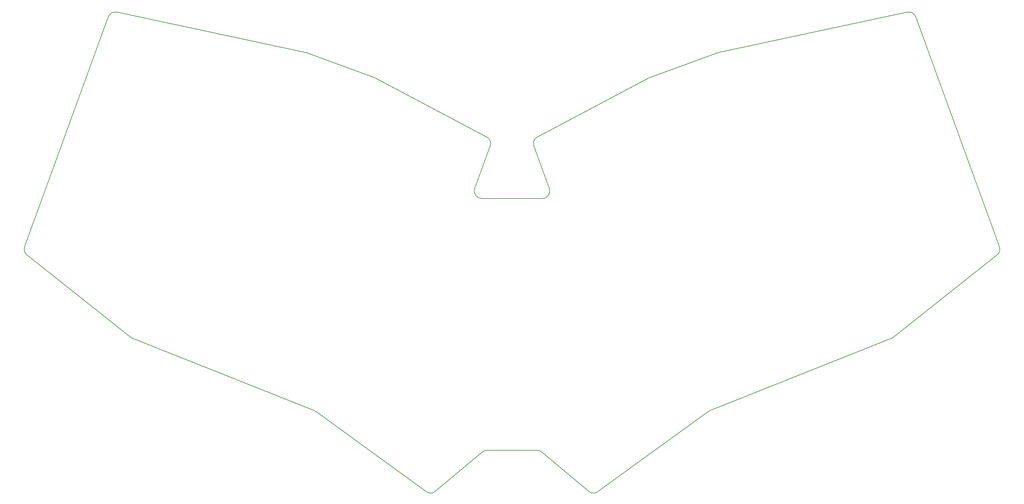
<source format=gbr>
%TF.GenerationSoftware,KiCad,Pcbnew,9.0.1*%
%TF.CreationDate,2025-04-16T06:47:59+07:00*%
%TF.ProjectId,tutorial,7475746f-7269-4616-9c2e-6b696361645f,v1.0.0*%
%TF.SameCoordinates,Original*%
%TF.FileFunction,Profile,NP*%
%FSLAX46Y46*%
G04 Gerber Fmt 4.6, Leading zero omitted, Abs format (unit mm)*
G04 Created by KiCad (PCBNEW 9.0.1) date 2025-04-16 06:47:59*
%MOMM*%
%LPD*%
G01*
G04 APERTURE LIST*
%TA.AperFunction,Profile*%
%ADD10C,0.150000*%
%TD*%
G04 APERTURE END LIST*
D10*
X133049011Y-182399488D02*
X83466811Y-162680112D01*
X294857440Y-73568626D02*
G75*
G02*
X297155868Y-74840205I419013J-1955655D01*
G01*
X82962664Y-162388339D02*
X54597732Y-139878384D01*
X133049011Y-182399488D02*
G75*
G02*
X133485891Y-182640176I-739258J-1858691D01*
G01*
X178819650Y-193675117D02*
X166019764Y-204415498D01*
X224335667Y-91530304D02*
G75*
G02*
X224587706Y-91418332I936385J-1768076D01*
G01*
X297155822Y-74840222D02*
X320008598Y-137627716D01*
X290503398Y-162680120D02*
X240921198Y-182399490D01*
X240484304Y-182640184D02*
X210412012Y-204501135D01*
X149634530Y-91530302D02*
X180092308Y-107661733D01*
X83466811Y-162680112D02*
G75*
G02*
X82962661Y-162388342I739442J1859129D01*
G01*
X243386826Y-84596243D02*
X294857441Y-73568630D01*
X79112759Y-73568631D02*
X130583375Y-84596256D01*
X166019764Y-204415498D02*
G75*
G02*
X163558166Y-204501169I-1285612J1532116D01*
G01*
X181035613Y-110113188D02*
X176793782Y-121767529D01*
X210412011Y-204501139D02*
G75*
G02*
X207950463Y-204415462I-1175961J1617655D01*
G01*
X130583375Y-84596256D02*
G75*
G02*
X130848421Y-84672478I-419322J-1957022D01*
G01*
X180092316Y-107661740D02*
G75*
G02*
X181035656Y-110113204I-936065J-1767438D01*
G01*
X178673172Y-124451577D02*
G75*
G02*
X176793776Y-121767527I-20J1999996D01*
G01*
X207950434Y-204415497D02*
X195150554Y-193675116D01*
X193864975Y-193207206D02*
X180105219Y-193207209D01*
X224587704Y-91418328D02*
X243121775Y-84672479D01*
X240484293Y-182640181D02*
G75*
G02*
X240921199Y-182399491I1175659J-1617198D01*
G01*
X130848420Y-84672480D02*
X149382486Y-91418331D01*
X243121775Y-84672479D02*
G75*
G02*
X243386826Y-84596244I684078J-1879501D01*
G01*
X149382486Y-91418331D02*
G75*
G02*
X149634530Y-91530302I-684235J-1879848D01*
G01*
X163558192Y-204501133D02*
X133485893Y-182640174D01*
X54597732Y-139878384D02*
G75*
G02*
X53961616Y-137627718I1243222J1566605D01*
G01*
X192934584Y-110113191D02*
G75*
G02*
X193877886Y-107661734I1879466J684012D01*
G01*
X178673172Y-124451577D02*
X195297027Y-124451568D01*
X197176415Y-121767530D02*
X192934577Y-110113194D01*
X76814376Y-74840206D02*
G75*
G02*
X79112752Y-73568663I1879374J-684075D01*
G01*
X197176412Y-121767529D02*
G75*
G02*
X195297027Y-124451561I-1879360J-684052D01*
G01*
X193864975Y-193207206D02*
G75*
G02*
X195150554Y-193675116I-23J-2000075D01*
G01*
X178819650Y-193675117D02*
G75*
G02*
X180105219Y-193207182I1285604J-1532064D01*
G01*
X319372471Y-139878383D02*
X291007529Y-162388325D01*
X320008609Y-137627712D02*
G75*
G02*
X319372487Y-139878403I-1879358J-684070D01*
G01*
X193877880Y-107661737D02*
X224335667Y-91530305D01*
X291007536Y-162388345D02*
G75*
G02*
X290503402Y-162680131I-1242984J1566166D01*
G01*
X53961599Y-137627712D02*
X76814376Y-74840206D01*
M02*

</source>
